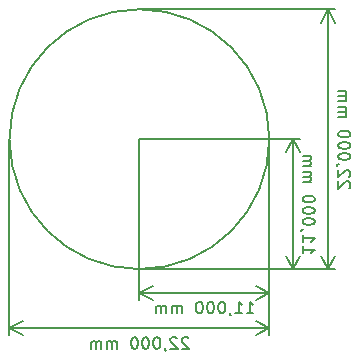
<source format=gbr>
G04 #@! TF.GenerationSoftware,KiCad,Pcbnew,(5.1.5)-3*
G04 #@! TF.CreationDate,2020-04-06T18:45:54+02:00*
G04 #@! TF.ProjectId,Capteur_Hall_I2C,43617074-6575-4725-9f48-616c6c5f4932,0.1*
G04 #@! TF.SameCoordinates,Original*
G04 #@! TF.FileFunction,Other,Fab,Bot*
%FSLAX46Y46*%
G04 Gerber Fmt 4.6, Leading zero omitted, Abs format (unit mm)*
G04 Created by KiCad (PCBNEW (5.1.5)-3) date 2020-04-06 18:45:54*
%MOMM*%
%LPD*%
G04 APERTURE LIST*
%ADD10C,0.150000*%
%ADD11C,0.050000*%
G04 APERTURE END LIST*
D10*
X163400000Y-102870000D02*
G75*
G03X163400000Y-102870000I-11000000J0D01*
G01*
X170152380Y-107012857D02*
X170200000Y-106965238D01*
X170247619Y-106870000D01*
X170247619Y-106631904D01*
X170200000Y-106536666D01*
X170152380Y-106489047D01*
X170057142Y-106441428D01*
X169961904Y-106441428D01*
X169819047Y-106489047D01*
X169247619Y-107060476D01*
X169247619Y-106441428D01*
X170152380Y-106060476D02*
X170200000Y-106012857D01*
X170247619Y-105917619D01*
X170247619Y-105679523D01*
X170200000Y-105584285D01*
X170152380Y-105536666D01*
X170057142Y-105489047D01*
X169961904Y-105489047D01*
X169819047Y-105536666D01*
X169247619Y-106108095D01*
X169247619Y-105489047D01*
X169295238Y-105012857D02*
X169247619Y-105012857D01*
X169152380Y-105060476D01*
X169104761Y-105108095D01*
X170247619Y-104393809D02*
X170247619Y-104298571D01*
X170200000Y-104203333D01*
X170152380Y-104155714D01*
X170057142Y-104108095D01*
X169866666Y-104060476D01*
X169628571Y-104060476D01*
X169438095Y-104108095D01*
X169342857Y-104155714D01*
X169295238Y-104203333D01*
X169247619Y-104298571D01*
X169247619Y-104393809D01*
X169295238Y-104489047D01*
X169342857Y-104536666D01*
X169438095Y-104584285D01*
X169628571Y-104631904D01*
X169866666Y-104631904D01*
X170057142Y-104584285D01*
X170152380Y-104536666D01*
X170200000Y-104489047D01*
X170247619Y-104393809D01*
X170247619Y-103441428D02*
X170247619Y-103346190D01*
X170200000Y-103250952D01*
X170152380Y-103203333D01*
X170057142Y-103155714D01*
X169866666Y-103108095D01*
X169628571Y-103108095D01*
X169438095Y-103155714D01*
X169342857Y-103203333D01*
X169295238Y-103250952D01*
X169247619Y-103346190D01*
X169247619Y-103441428D01*
X169295238Y-103536666D01*
X169342857Y-103584285D01*
X169438095Y-103631904D01*
X169628571Y-103679523D01*
X169866666Y-103679523D01*
X170057142Y-103631904D01*
X170152380Y-103584285D01*
X170200000Y-103536666D01*
X170247619Y-103441428D01*
X170247619Y-102489047D02*
X170247619Y-102393809D01*
X170200000Y-102298571D01*
X170152380Y-102250952D01*
X170057142Y-102203333D01*
X169866666Y-102155714D01*
X169628571Y-102155714D01*
X169438095Y-102203333D01*
X169342857Y-102250952D01*
X169295238Y-102298571D01*
X169247619Y-102393809D01*
X169247619Y-102489047D01*
X169295238Y-102584285D01*
X169342857Y-102631904D01*
X169438095Y-102679523D01*
X169628571Y-102727142D01*
X169866666Y-102727142D01*
X170057142Y-102679523D01*
X170152380Y-102631904D01*
X170200000Y-102584285D01*
X170247619Y-102489047D01*
X169247619Y-100965238D02*
X169914285Y-100965238D01*
X169819047Y-100965238D02*
X169866666Y-100917619D01*
X169914285Y-100822380D01*
X169914285Y-100679523D01*
X169866666Y-100584285D01*
X169771428Y-100536666D01*
X169247619Y-100536666D01*
X169771428Y-100536666D02*
X169866666Y-100489047D01*
X169914285Y-100393809D01*
X169914285Y-100250952D01*
X169866666Y-100155714D01*
X169771428Y-100108095D01*
X169247619Y-100108095D01*
X169247619Y-99631904D02*
X169914285Y-99631904D01*
X169819047Y-99631904D02*
X169866666Y-99584285D01*
X169914285Y-99489047D01*
X169914285Y-99346190D01*
X169866666Y-99250952D01*
X169771428Y-99203333D01*
X169247619Y-99203333D01*
X169771428Y-99203333D02*
X169866666Y-99155714D01*
X169914285Y-99060476D01*
X169914285Y-98917619D01*
X169866666Y-98822380D01*
X169771428Y-98774761D01*
X169247619Y-98774761D01*
X168400000Y-91870000D02*
X168400000Y-113870000D01*
X152400000Y-91870000D02*
X168986421Y-91870000D01*
X152400000Y-113870000D02*
X168986421Y-113870000D01*
X168400000Y-113870000D02*
X167813579Y-112743496D01*
X168400000Y-113870000D02*
X168986421Y-112743496D01*
X168400000Y-91870000D02*
X167813579Y-92996504D01*
X168400000Y-91870000D02*
X168986421Y-92996504D01*
X166247619Y-111941428D02*
X166247619Y-112512857D01*
X166247619Y-112227142D02*
X167247619Y-112227142D01*
X167104761Y-112322380D01*
X167009523Y-112417619D01*
X166961904Y-112512857D01*
X166247619Y-110989047D02*
X166247619Y-111560476D01*
X166247619Y-111274761D02*
X167247619Y-111274761D01*
X167104761Y-111370000D01*
X167009523Y-111465238D01*
X166961904Y-111560476D01*
X166295238Y-110512857D02*
X166247619Y-110512857D01*
X166152380Y-110560476D01*
X166104761Y-110608095D01*
X167247619Y-109893809D02*
X167247619Y-109798571D01*
X167200000Y-109703333D01*
X167152380Y-109655714D01*
X167057142Y-109608095D01*
X166866666Y-109560476D01*
X166628571Y-109560476D01*
X166438095Y-109608095D01*
X166342857Y-109655714D01*
X166295238Y-109703333D01*
X166247619Y-109798571D01*
X166247619Y-109893809D01*
X166295238Y-109989047D01*
X166342857Y-110036666D01*
X166438095Y-110084285D01*
X166628571Y-110131904D01*
X166866666Y-110131904D01*
X167057142Y-110084285D01*
X167152380Y-110036666D01*
X167200000Y-109989047D01*
X167247619Y-109893809D01*
X167247619Y-108941428D02*
X167247619Y-108846190D01*
X167200000Y-108750952D01*
X167152380Y-108703333D01*
X167057142Y-108655714D01*
X166866666Y-108608095D01*
X166628571Y-108608095D01*
X166438095Y-108655714D01*
X166342857Y-108703333D01*
X166295238Y-108750952D01*
X166247619Y-108846190D01*
X166247619Y-108941428D01*
X166295238Y-109036666D01*
X166342857Y-109084285D01*
X166438095Y-109131904D01*
X166628571Y-109179523D01*
X166866666Y-109179523D01*
X167057142Y-109131904D01*
X167152380Y-109084285D01*
X167200000Y-109036666D01*
X167247619Y-108941428D01*
X167247619Y-107989047D02*
X167247619Y-107893809D01*
X167200000Y-107798571D01*
X167152380Y-107750952D01*
X167057142Y-107703333D01*
X166866666Y-107655714D01*
X166628571Y-107655714D01*
X166438095Y-107703333D01*
X166342857Y-107750952D01*
X166295238Y-107798571D01*
X166247619Y-107893809D01*
X166247619Y-107989047D01*
X166295238Y-108084285D01*
X166342857Y-108131904D01*
X166438095Y-108179523D01*
X166628571Y-108227142D01*
X166866666Y-108227142D01*
X167057142Y-108179523D01*
X167152380Y-108131904D01*
X167200000Y-108084285D01*
X167247619Y-107989047D01*
X166247619Y-106465238D02*
X166914285Y-106465238D01*
X166819047Y-106465238D02*
X166866666Y-106417619D01*
X166914285Y-106322380D01*
X166914285Y-106179523D01*
X166866666Y-106084285D01*
X166771428Y-106036666D01*
X166247619Y-106036666D01*
X166771428Y-106036666D02*
X166866666Y-105989047D01*
X166914285Y-105893809D01*
X166914285Y-105750952D01*
X166866666Y-105655714D01*
X166771428Y-105608095D01*
X166247619Y-105608095D01*
X166247619Y-105131904D02*
X166914285Y-105131904D01*
X166819047Y-105131904D02*
X166866666Y-105084285D01*
X166914285Y-104989047D01*
X166914285Y-104846190D01*
X166866666Y-104750952D01*
X166771428Y-104703333D01*
X166247619Y-104703333D01*
X166771428Y-104703333D02*
X166866666Y-104655714D01*
X166914285Y-104560476D01*
X166914285Y-104417619D01*
X166866666Y-104322380D01*
X166771428Y-104274761D01*
X166247619Y-104274761D01*
X165400000Y-102870000D02*
X165400000Y-113870000D01*
X152400000Y-102870000D02*
X165986421Y-102870000D01*
X152400000Y-113870000D02*
X165986421Y-113870000D01*
X165400000Y-113870000D02*
X164813579Y-112743496D01*
X165400000Y-113870000D02*
X165986421Y-112743496D01*
X165400000Y-102870000D02*
X164813579Y-103996504D01*
X165400000Y-102870000D02*
X165986421Y-103996504D01*
X156542857Y-119717619D02*
X156495238Y-119670000D01*
X156400000Y-119622380D01*
X156161904Y-119622380D01*
X156066666Y-119670000D01*
X156019047Y-119717619D01*
X155971428Y-119812857D01*
X155971428Y-119908095D01*
X156019047Y-120050952D01*
X156590476Y-120622380D01*
X155971428Y-120622380D01*
X155590476Y-119717619D02*
X155542857Y-119670000D01*
X155447619Y-119622380D01*
X155209523Y-119622380D01*
X155114285Y-119670000D01*
X155066666Y-119717619D01*
X155019047Y-119812857D01*
X155019047Y-119908095D01*
X155066666Y-120050952D01*
X155638095Y-120622380D01*
X155019047Y-120622380D01*
X154542857Y-120574761D02*
X154542857Y-120622380D01*
X154590476Y-120717619D01*
X154638095Y-120765238D01*
X153923809Y-119622380D02*
X153828571Y-119622380D01*
X153733333Y-119670000D01*
X153685714Y-119717619D01*
X153638095Y-119812857D01*
X153590476Y-120003333D01*
X153590476Y-120241428D01*
X153638095Y-120431904D01*
X153685714Y-120527142D01*
X153733333Y-120574761D01*
X153828571Y-120622380D01*
X153923809Y-120622380D01*
X154019047Y-120574761D01*
X154066666Y-120527142D01*
X154114285Y-120431904D01*
X154161904Y-120241428D01*
X154161904Y-120003333D01*
X154114285Y-119812857D01*
X154066666Y-119717619D01*
X154019047Y-119670000D01*
X153923809Y-119622380D01*
X152971428Y-119622380D02*
X152876190Y-119622380D01*
X152780952Y-119670000D01*
X152733333Y-119717619D01*
X152685714Y-119812857D01*
X152638095Y-120003333D01*
X152638095Y-120241428D01*
X152685714Y-120431904D01*
X152733333Y-120527142D01*
X152780952Y-120574761D01*
X152876190Y-120622380D01*
X152971428Y-120622380D01*
X153066666Y-120574761D01*
X153114285Y-120527142D01*
X153161904Y-120431904D01*
X153209523Y-120241428D01*
X153209523Y-120003333D01*
X153161904Y-119812857D01*
X153114285Y-119717619D01*
X153066666Y-119670000D01*
X152971428Y-119622380D01*
X152019047Y-119622380D02*
X151923809Y-119622380D01*
X151828571Y-119670000D01*
X151780952Y-119717619D01*
X151733333Y-119812857D01*
X151685714Y-120003333D01*
X151685714Y-120241428D01*
X151733333Y-120431904D01*
X151780952Y-120527142D01*
X151828571Y-120574761D01*
X151923809Y-120622380D01*
X152019047Y-120622380D01*
X152114285Y-120574761D01*
X152161904Y-120527142D01*
X152209523Y-120431904D01*
X152257142Y-120241428D01*
X152257142Y-120003333D01*
X152209523Y-119812857D01*
X152161904Y-119717619D01*
X152114285Y-119670000D01*
X152019047Y-119622380D01*
X150495238Y-120622380D02*
X150495238Y-119955714D01*
X150495238Y-120050952D02*
X150447619Y-120003333D01*
X150352380Y-119955714D01*
X150209523Y-119955714D01*
X150114285Y-120003333D01*
X150066666Y-120098571D01*
X150066666Y-120622380D01*
X150066666Y-120098571D02*
X150019047Y-120003333D01*
X149923809Y-119955714D01*
X149780952Y-119955714D01*
X149685714Y-120003333D01*
X149638095Y-120098571D01*
X149638095Y-120622380D01*
X149161904Y-120622380D02*
X149161904Y-119955714D01*
X149161904Y-120050952D02*
X149114285Y-120003333D01*
X149019047Y-119955714D01*
X148876190Y-119955714D01*
X148780952Y-120003333D01*
X148733333Y-120098571D01*
X148733333Y-120622380D01*
X148733333Y-120098571D02*
X148685714Y-120003333D01*
X148590476Y-119955714D01*
X148447619Y-119955714D01*
X148352380Y-120003333D01*
X148304761Y-120098571D01*
X148304761Y-120622380D01*
X141400000Y-118870000D02*
X163400000Y-118870000D01*
X141400000Y-102870000D02*
X141400000Y-119456421D01*
X163400000Y-102870000D02*
X163400000Y-119456421D01*
X163400000Y-118870000D02*
X162273496Y-119456421D01*
X163400000Y-118870000D02*
X162273496Y-118283579D01*
X141400000Y-118870000D02*
X142526504Y-119456421D01*
X141400000Y-118870000D02*
X142526504Y-118283579D01*
X161471428Y-117622380D02*
X162042857Y-117622380D01*
X161757142Y-117622380D02*
X161757142Y-116622380D01*
X161852380Y-116765238D01*
X161947619Y-116860476D01*
X162042857Y-116908095D01*
X160519047Y-117622380D02*
X161090476Y-117622380D01*
X160804761Y-117622380D02*
X160804761Y-116622380D01*
X160900000Y-116765238D01*
X160995238Y-116860476D01*
X161090476Y-116908095D01*
X160042857Y-117574761D02*
X160042857Y-117622380D01*
X160090476Y-117717619D01*
X160138095Y-117765238D01*
X159423809Y-116622380D02*
X159328571Y-116622380D01*
X159233333Y-116670000D01*
X159185714Y-116717619D01*
X159138095Y-116812857D01*
X159090476Y-117003333D01*
X159090476Y-117241428D01*
X159138095Y-117431904D01*
X159185714Y-117527142D01*
X159233333Y-117574761D01*
X159328571Y-117622380D01*
X159423809Y-117622380D01*
X159519047Y-117574761D01*
X159566666Y-117527142D01*
X159614285Y-117431904D01*
X159661904Y-117241428D01*
X159661904Y-117003333D01*
X159614285Y-116812857D01*
X159566666Y-116717619D01*
X159519047Y-116670000D01*
X159423809Y-116622380D01*
X158471428Y-116622380D02*
X158376190Y-116622380D01*
X158280952Y-116670000D01*
X158233333Y-116717619D01*
X158185714Y-116812857D01*
X158138095Y-117003333D01*
X158138095Y-117241428D01*
X158185714Y-117431904D01*
X158233333Y-117527142D01*
X158280952Y-117574761D01*
X158376190Y-117622380D01*
X158471428Y-117622380D01*
X158566666Y-117574761D01*
X158614285Y-117527142D01*
X158661904Y-117431904D01*
X158709523Y-117241428D01*
X158709523Y-117003333D01*
X158661904Y-116812857D01*
X158614285Y-116717619D01*
X158566666Y-116670000D01*
X158471428Y-116622380D01*
X157519047Y-116622380D02*
X157423809Y-116622380D01*
X157328571Y-116670000D01*
X157280952Y-116717619D01*
X157233333Y-116812857D01*
X157185714Y-117003333D01*
X157185714Y-117241428D01*
X157233333Y-117431904D01*
X157280952Y-117527142D01*
X157328571Y-117574761D01*
X157423809Y-117622380D01*
X157519047Y-117622380D01*
X157614285Y-117574761D01*
X157661904Y-117527142D01*
X157709523Y-117431904D01*
X157757142Y-117241428D01*
X157757142Y-117003333D01*
X157709523Y-116812857D01*
X157661904Y-116717619D01*
X157614285Y-116670000D01*
X157519047Y-116622380D01*
X155995238Y-117622380D02*
X155995238Y-116955714D01*
X155995238Y-117050952D02*
X155947619Y-117003333D01*
X155852380Y-116955714D01*
X155709523Y-116955714D01*
X155614285Y-117003333D01*
X155566666Y-117098571D01*
X155566666Y-117622380D01*
X155566666Y-117098571D02*
X155519047Y-117003333D01*
X155423809Y-116955714D01*
X155280952Y-116955714D01*
X155185714Y-117003333D01*
X155138095Y-117098571D01*
X155138095Y-117622380D01*
X154661904Y-117622380D02*
X154661904Y-116955714D01*
X154661904Y-117050952D02*
X154614285Y-117003333D01*
X154519047Y-116955714D01*
X154376190Y-116955714D01*
X154280952Y-117003333D01*
X154233333Y-117098571D01*
X154233333Y-117622380D01*
X154233333Y-117098571D02*
X154185714Y-117003333D01*
X154090476Y-116955714D01*
X153947619Y-116955714D01*
X153852380Y-117003333D01*
X153804761Y-117098571D01*
X153804761Y-117622380D01*
X152400000Y-115870000D02*
X163400000Y-115870000D01*
X152400000Y-102870000D02*
X152400000Y-116456421D01*
X163400000Y-102870000D02*
X163400000Y-116456421D01*
X163400000Y-115870000D02*
X162273496Y-116456421D01*
X163400000Y-115870000D02*
X162273496Y-115283579D01*
X152400000Y-115870000D02*
X153526504Y-116456421D01*
X152400000Y-115870000D02*
X153526504Y-115283579D01*
D11*
X163400000Y-102870000D02*
G75*
G03X163400000Y-102870000I-11000000J0D01*
G01*
M02*

</source>
